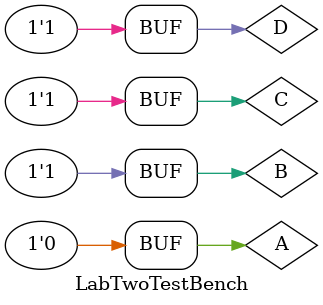
<source format=v>
`timescale 1ns / 1ps


module LabTwoTestBench(

    );
    LabTwoDesignSource dut(A,B,C,D,K,L,M,N);
    reg A;
    reg B;
    reg C;
    reg D;
    wire K;
    wire L;
    wire M;
    wire N;
    initial begin
    A=0;
    B=0;
    C=0;
    D=0;
    #10;
    A=0;
    B=0;
    C=0;
    D=1;
    #10;
    A=0;
    B=0;
    C=1;
    D=0;
    #10;
    A=0;
    B=0;
    C=1;
    D=1;
    #10;
    A=0;
    B=1;
    C=0;
    D=0;
    #10;
    A=0;
    B=1;
    C=0;
    D=1;
    #10;
    A=0;
    B=1;
    C=1;
    D=0;
    #10;
    A=0;
    B=1;
    C=1;
    D=1;
    end
endmodule

</source>
